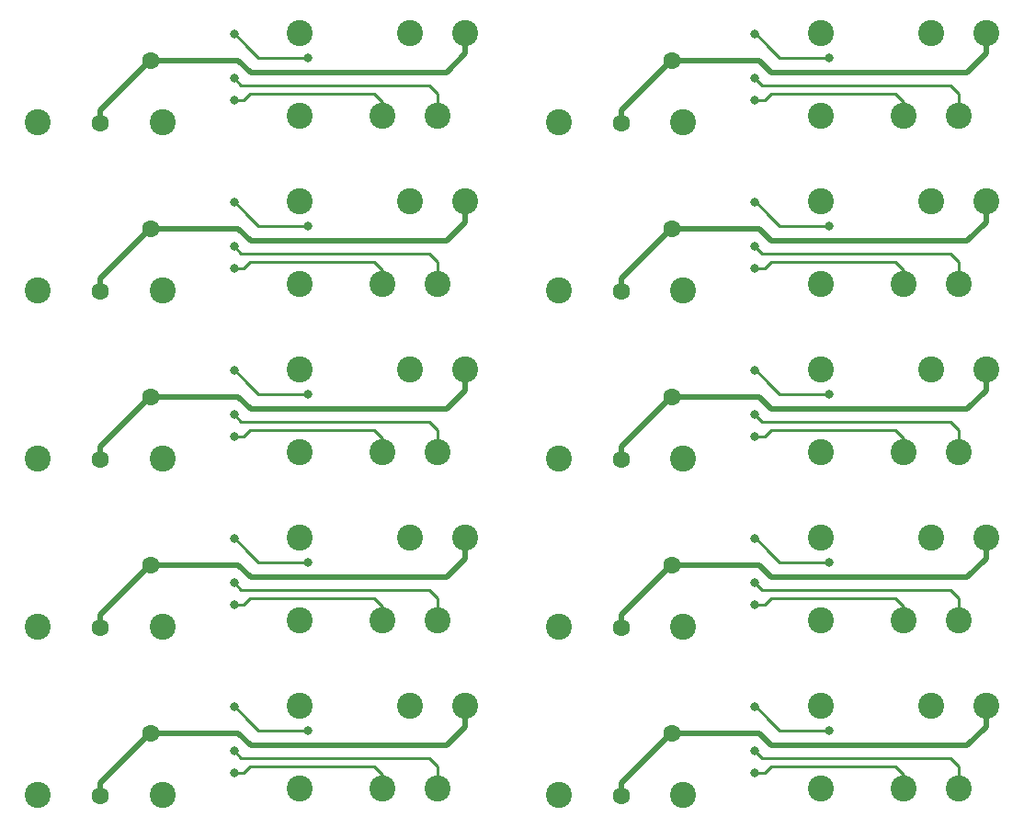
<source format=gbl>
G04 #@! TF.GenerationSoftware,KiCad,Pcbnew,(6.0.1)*
G04 #@! TF.CreationDate,2022-01-26T16:15:34+01:00*
G04 #@! TF.ProjectId,atari-junior-av-mod,61746172-692d-46a7-956e-696f722d6176,rev?*
G04 #@! TF.SameCoordinates,PX5edde38PY83caa5c*
G04 #@! TF.FileFunction,Copper,L2,Bot*
G04 #@! TF.FilePolarity,Positive*
%FSLAX46Y46*%
G04 Gerber Fmt 4.6, Leading zero omitted, Abs format (unit mm)*
G04 Created by KiCad (PCBNEW (6.0.1)) date 2022-01-26 16:15:34*
%MOMM*%
%LPD*%
G01*
G04 APERTURE LIST*
G04 #@! TA.AperFunction,ComponentPad*
%ADD10C,2.400000*%
G04 #@! TD*
G04 #@! TA.AperFunction,ViaPad*
%ADD11C,1.600000*%
G04 #@! TD*
G04 #@! TA.AperFunction,ViaPad*
%ADD12C,0.800000*%
G04 #@! TD*
G04 #@! TA.AperFunction,Conductor*
%ADD13C,0.500000*%
G04 #@! TD*
G04 #@! TA.AperFunction,Conductor*
%ADD14C,0.250000*%
G04 #@! TD*
G04 APERTURE END LIST*
D10*
G04 #@! TO.P,Pad4,1,Pin_1*
G04 #@! TO.N,/Audio*
X51045000Y9295000D03*
G04 #@! TD*
G04 #@! TO.P,Pad8,1,Pin_1*
G04 #@! TO.N,Net-(JP1-Pad1)*
X75215000Y17550000D03*
G04 #@! TD*
G04 #@! TO.P,Pad9,1,Pin_1*
G04 #@! TO.N,Net-(JP2-Pad1)*
X75215000Y9930000D03*
G04 #@! TD*
G04 #@! TO.P,Pad6,1,Pin_1*
G04 #@! TO.N,/Sync*
X82835000Y9930000D03*
G04 #@! TD*
G04 #@! TO.P,Pad5,1,Pin_1*
G04 #@! TO.N,/Lum1*
X87915000Y9930000D03*
G04 #@! TD*
G04 #@! TO.P,Pad10,1,Pin_1*
G04 #@! TO.N,/Color*
X62545000Y9295000D03*
G04 #@! TD*
G04 #@! TO.P,Pad11,1,Pin_1*
G04 #@! TO.N,GND*
X90455000Y17550000D03*
G04 #@! TD*
G04 #@! TO.P,Pad7,1,Pin_1*
G04 #@! TO.N,Net-(JP1-Pad3)*
X85375000Y17550000D03*
G04 #@! TD*
G04 #@! TO.P,Pad4,1,Pin_1*
G04 #@! TO.N,/Audio*
X3045000Y9295000D03*
G04 #@! TD*
G04 #@! TO.P,Pad8,1,Pin_1*
G04 #@! TO.N,Net-(JP1-Pad1)*
X27215000Y17550000D03*
G04 #@! TD*
G04 #@! TO.P,Pad9,1,Pin_1*
G04 #@! TO.N,Net-(JP2-Pad1)*
X27215000Y9930000D03*
G04 #@! TD*
G04 #@! TO.P,Pad6,1,Pin_1*
G04 #@! TO.N,/Sync*
X34835000Y9930000D03*
G04 #@! TD*
G04 #@! TO.P,Pad5,1,Pin_1*
G04 #@! TO.N,/Lum1*
X39915000Y9930000D03*
G04 #@! TD*
G04 #@! TO.P,Pad10,1,Pin_1*
G04 #@! TO.N,/Color*
X14545000Y9295000D03*
G04 #@! TD*
G04 #@! TO.P,Pad11,1,Pin_1*
G04 #@! TO.N,GND*
X42455000Y17550000D03*
G04 #@! TD*
G04 #@! TO.P,Pad7,1,Pin_1*
G04 #@! TO.N,Net-(JP1-Pad3)*
X37375000Y17550000D03*
G04 #@! TD*
G04 #@! TO.P,Pad4,1,Pin_1*
G04 #@! TO.N,/Audio*
X51045000Y24795000D03*
G04 #@! TD*
G04 #@! TO.P,Pad8,1,Pin_1*
G04 #@! TO.N,Net-(JP1-Pad1)*
X75215000Y33050000D03*
G04 #@! TD*
G04 #@! TO.P,Pad9,1,Pin_1*
G04 #@! TO.N,Net-(JP2-Pad1)*
X75215000Y25430000D03*
G04 #@! TD*
G04 #@! TO.P,Pad6,1,Pin_1*
G04 #@! TO.N,/Sync*
X82835000Y25430000D03*
G04 #@! TD*
G04 #@! TO.P,Pad5,1,Pin_1*
G04 #@! TO.N,/Lum1*
X87915000Y25430000D03*
G04 #@! TD*
G04 #@! TO.P,Pad10,1,Pin_1*
G04 #@! TO.N,/Color*
X62545000Y24795000D03*
G04 #@! TD*
G04 #@! TO.P,Pad11,1,Pin_1*
G04 #@! TO.N,GND*
X90455000Y33050000D03*
G04 #@! TD*
G04 #@! TO.P,Pad7,1,Pin_1*
G04 #@! TO.N,Net-(JP1-Pad3)*
X85375000Y33050000D03*
G04 #@! TD*
G04 #@! TO.P,Pad4,1,Pin_1*
G04 #@! TO.N,/Audio*
X3045000Y24795000D03*
G04 #@! TD*
G04 #@! TO.P,Pad8,1,Pin_1*
G04 #@! TO.N,Net-(JP1-Pad1)*
X27215000Y33050000D03*
G04 #@! TD*
G04 #@! TO.P,Pad9,1,Pin_1*
G04 #@! TO.N,Net-(JP2-Pad1)*
X27215000Y25430000D03*
G04 #@! TD*
G04 #@! TO.P,Pad6,1,Pin_1*
G04 #@! TO.N,/Sync*
X34835000Y25430000D03*
G04 #@! TD*
G04 #@! TO.P,Pad5,1,Pin_1*
G04 #@! TO.N,/Lum1*
X39915000Y25430000D03*
G04 #@! TD*
G04 #@! TO.P,Pad10,1,Pin_1*
G04 #@! TO.N,/Color*
X14545000Y24795000D03*
G04 #@! TD*
G04 #@! TO.P,Pad11,1,Pin_1*
G04 #@! TO.N,GND*
X42455000Y33050000D03*
G04 #@! TD*
G04 #@! TO.P,Pad7,1,Pin_1*
G04 #@! TO.N,Net-(JP1-Pad3)*
X37375000Y33050000D03*
G04 #@! TD*
G04 #@! TO.P,Pad4,1,Pin_1*
G04 #@! TO.N,/Audio*
X51045000Y40295000D03*
G04 #@! TD*
G04 #@! TO.P,Pad8,1,Pin_1*
G04 #@! TO.N,Net-(JP1-Pad1)*
X75215000Y48550000D03*
G04 #@! TD*
G04 #@! TO.P,Pad9,1,Pin_1*
G04 #@! TO.N,Net-(JP2-Pad1)*
X75215000Y40930000D03*
G04 #@! TD*
G04 #@! TO.P,Pad6,1,Pin_1*
G04 #@! TO.N,/Sync*
X82835000Y40930000D03*
G04 #@! TD*
G04 #@! TO.P,Pad5,1,Pin_1*
G04 #@! TO.N,/Lum1*
X87915000Y40930000D03*
G04 #@! TD*
G04 #@! TO.P,Pad10,1,Pin_1*
G04 #@! TO.N,/Color*
X62545000Y40295000D03*
G04 #@! TD*
G04 #@! TO.P,Pad11,1,Pin_1*
G04 #@! TO.N,GND*
X90455000Y48550000D03*
G04 #@! TD*
G04 #@! TO.P,Pad7,1,Pin_1*
G04 #@! TO.N,Net-(JP1-Pad3)*
X85375000Y48550000D03*
G04 #@! TD*
G04 #@! TO.P,Pad4,1,Pin_1*
G04 #@! TO.N,/Audio*
X3045000Y40295000D03*
G04 #@! TD*
G04 #@! TO.P,Pad8,1,Pin_1*
G04 #@! TO.N,Net-(JP1-Pad1)*
X27215000Y48550000D03*
G04 #@! TD*
G04 #@! TO.P,Pad9,1,Pin_1*
G04 #@! TO.N,Net-(JP2-Pad1)*
X27215000Y40930000D03*
G04 #@! TD*
G04 #@! TO.P,Pad6,1,Pin_1*
G04 #@! TO.N,/Sync*
X34835000Y40930000D03*
G04 #@! TD*
G04 #@! TO.P,Pad5,1,Pin_1*
G04 #@! TO.N,/Lum1*
X39915000Y40930000D03*
G04 #@! TD*
G04 #@! TO.P,Pad10,1,Pin_1*
G04 #@! TO.N,/Color*
X14545000Y40295000D03*
G04 #@! TD*
G04 #@! TO.P,Pad11,1,Pin_1*
G04 #@! TO.N,GND*
X42455000Y48550000D03*
G04 #@! TD*
G04 #@! TO.P,Pad7,1,Pin_1*
G04 #@! TO.N,Net-(JP1-Pad3)*
X37375000Y48550000D03*
G04 #@! TD*
G04 #@! TO.P,Pad4,1,Pin_1*
G04 #@! TO.N,/Audio*
X51045000Y55795000D03*
G04 #@! TD*
G04 #@! TO.P,Pad8,1,Pin_1*
G04 #@! TO.N,Net-(JP1-Pad1)*
X75215000Y64050000D03*
G04 #@! TD*
G04 #@! TO.P,Pad9,1,Pin_1*
G04 #@! TO.N,Net-(JP2-Pad1)*
X75215000Y56430000D03*
G04 #@! TD*
G04 #@! TO.P,Pad6,1,Pin_1*
G04 #@! TO.N,/Sync*
X82835000Y56430000D03*
G04 #@! TD*
G04 #@! TO.P,Pad5,1,Pin_1*
G04 #@! TO.N,/Lum1*
X87915000Y56430000D03*
G04 #@! TD*
G04 #@! TO.P,Pad10,1,Pin_1*
G04 #@! TO.N,/Color*
X62545000Y55795000D03*
G04 #@! TD*
G04 #@! TO.P,Pad11,1,Pin_1*
G04 #@! TO.N,GND*
X90455000Y64050000D03*
G04 #@! TD*
G04 #@! TO.P,Pad7,1,Pin_1*
G04 #@! TO.N,Net-(JP1-Pad3)*
X85375000Y64050000D03*
G04 #@! TD*
G04 #@! TO.P,Pad4,1,Pin_1*
G04 #@! TO.N,/Audio*
X3045000Y55795000D03*
G04 #@! TD*
G04 #@! TO.P,Pad8,1,Pin_1*
G04 #@! TO.N,Net-(JP1-Pad1)*
X27215000Y64050000D03*
G04 #@! TD*
G04 #@! TO.P,Pad9,1,Pin_1*
G04 #@! TO.N,Net-(JP2-Pad1)*
X27215000Y56430000D03*
G04 #@! TD*
G04 #@! TO.P,Pad6,1,Pin_1*
G04 #@! TO.N,/Sync*
X34835000Y56430000D03*
G04 #@! TD*
G04 #@! TO.P,Pad5,1,Pin_1*
G04 #@! TO.N,/Lum1*
X39915000Y56430000D03*
G04 #@! TD*
G04 #@! TO.P,Pad10,1,Pin_1*
G04 #@! TO.N,/Color*
X14545000Y55795000D03*
G04 #@! TD*
G04 #@! TO.P,Pad11,1,Pin_1*
G04 #@! TO.N,GND*
X42455000Y64050000D03*
G04 #@! TD*
G04 #@! TO.P,Pad7,1,Pin_1*
G04 #@! TO.N,Net-(JP1-Pad3)*
X37375000Y64050000D03*
G04 #@! TD*
G04 #@! TO.P,Pad4,1,Pin_1*
G04 #@! TO.N,/Audio*
X51045000Y71295000D03*
G04 #@! TD*
G04 #@! TO.P,Pad8,1,Pin_1*
G04 #@! TO.N,Net-(JP1-Pad1)*
X75215000Y79550000D03*
G04 #@! TD*
G04 #@! TO.P,Pad9,1,Pin_1*
G04 #@! TO.N,Net-(JP2-Pad1)*
X75215000Y71930000D03*
G04 #@! TD*
G04 #@! TO.P,Pad6,1,Pin_1*
G04 #@! TO.N,/Sync*
X82835000Y71930000D03*
G04 #@! TD*
G04 #@! TO.P,Pad5,1,Pin_1*
G04 #@! TO.N,/Lum1*
X87915000Y71930000D03*
G04 #@! TD*
G04 #@! TO.P,Pad10,1,Pin_1*
G04 #@! TO.N,/Color*
X62545000Y71295000D03*
G04 #@! TD*
G04 #@! TO.P,Pad11,1,Pin_1*
G04 #@! TO.N,GND*
X90455000Y79550000D03*
G04 #@! TD*
G04 #@! TO.P,Pad7,1,Pin_1*
G04 #@! TO.N,Net-(JP1-Pad3)*
X85375000Y79550000D03*
G04 #@! TD*
G04 #@! TO.P,Pad4,1,Pin_1*
G04 #@! TO.N,/Audio*
X3045000Y71295000D03*
G04 #@! TD*
G04 #@! TO.P,Pad11,1,Pin_1*
G04 #@! TO.N,GND*
X42455000Y79550000D03*
G04 #@! TD*
G04 #@! TO.P,Pad10,1,Pin_1*
G04 #@! TO.N,/Color*
X14545000Y71295000D03*
G04 #@! TD*
G04 #@! TO.P,Pad5,1,Pin_1*
G04 #@! TO.N,/Lum1*
X39915000Y71930000D03*
G04 #@! TD*
G04 #@! TO.P,Pad6,1,Pin_1*
G04 #@! TO.N,/Sync*
X34835000Y71930000D03*
G04 #@! TD*
G04 #@! TO.P,Pad9,1,Pin_1*
G04 #@! TO.N,Net-(JP2-Pad1)*
X27215000Y71930000D03*
G04 #@! TD*
G04 #@! TO.P,Pad8,1,Pin_1*
G04 #@! TO.N,Net-(JP1-Pad1)*
X27215000Y79550000D03*
G04 #@! TD*
G04 #@! TO.P,Pad7,1,Pin_1*
G04 #@! TO.N,Net-(JP1-Pad3)*
X37375000Y79550000D03*
G04 #@! TD*
D11*
G04 #@! TO.N,GND*
X56797000Y9250000D03*
X61499000Y15010000D03*
D12*
G04 #@! TO.N,/Sync*
X69149000Y11327000D03*
G04 #@! TO.N,/Lum1*
X69149000Y13359000D03*
G04 #@! TO.N,/Lum0*
X75977000Y15264000D03*
X69149000Y17423000D03*
D11*
G04 #@! TO.N,GND*
X8797000Y9250000D03*
X13499000Y15010000D03*
D12*
G04 #@! TO.N,/Sync*
X21149000Y11327000D03*
G04 #@! TO.N,/Lum1*
X21149000Y13359000D03*
G04 #@! TO.N,/Lum0*
X27977000Y15264000D03*
X21149000Y17423000D03*
D11*
G04 #@! TO.N,GND*
X56797000Y24750000D03*
X61499000Y30510000D03*
D12*
G04 #@! TO.N,/Sync*
X69149000Y26827000D03*
G04 #@! TO.N,/Lum1*
X69149000Y28859000D03*
G04 #@! TO.N,/Lum0*
X75977000Y30764000D03*
X69149000Y32923000D03*
D11*
G04 #@! TO.N,GND*
X8797000Y24750000D03*
X13499000Y30510000D03*
D12*
G04 #@! TO.N,/Sync*
X21149000Y26827000D03*
G04 #@! TO.N,/Lum1*
X21149000Y28859000D03*
G04 #@! TO.N,/Lum0*
X27977000Y30764000D03*
X21149000Y32923000D03*
D11*
G04 #@! TO.N,GND*
X56797000Y40250000D03*
X61499000Y46010000D03*
D12*
G04 #@! TO.N,/Sync*
X69149000Y42327000D03*
G04 #@! TO.N,/Lum1*
X69149000Y44359000D03*
G04 #@! TO.N,/Lum0*
X75977000Y46264000D03*
X69149000Y48423000D03*
D11*
G04 #@! TO.N,GND*
X8797000Y40250000D03*
X13499000Y46010000D03*
D12*
G04 #@! TO.N,/Sync*
X21149000Y42327000D03*
G04 #@! TO.N,/Lum1*
X21149000Y44359000D03*
G04 #@! TO.N,/Lum0*
X27977000Y46264000D03*
X21149000Y48423000D03*
D11*
G04 #@! TO.N,GND*
X56797000Y55750000D03*
X61499000Y61510000D03*
D12*
G04 #@! TO.N,/Sync*
X69149000Y57827000D03*
G04 #@! TO.N,/Lum1*
X69149000Y59859000D03*
G04 #@! TO.N,/Lum0*
X75977000Y61764000D03*
X69149000Y63923000D03*
D11*
G04 #@! TO.N,GND*
X8797000Y55750000D03*
X13499000Y61510000D03*
D12*
G04 #@! TO.N,/Sync*
X21149000Y57827000D03*
G04 #@! TO.N,/Lum1*
X21149000Y59859000D03*
G04 #@! TO.N,/Lum0*
X27977000Y61764000D03*
X21149000Y63923000D03*
D11*
G04 #@! TO.N,GND*
X56797000Y71250000D03*
X61499000Y77010000D03*
D12*
G04 #@! TO.N,/Sync*
X69149000Y73327000D03*
G04 #@! TO.N,/Lum1*
X69149000Y75359000D03*
G04 #@! TO.N,/Lum0*
X75977000Y77264000D03*
X69149000Y79423000D03*
D11*
G04 #@! TO.N,GND*
X13499000Y77010000D03*
X8797000Y71250000D03*
D12*
G04 #@! TO.N,/Lum0*
X21149000Y79423000D03*
X27977000Y77264000D03*
G04 #@! TO.N,/Lum1*
X21149000Y75359000D03*
G04 #@! TO.N,/Sync*
X21149000Y73327000D03*
G04 #@! TD*
D13*
G04 #@! TO.N,GND*
X90455000Y15615000D02*
X88707000Y13867000D01*
X70673000Y13867000D02*
X69530000Y15010000D01*
X56797000Y10405000D02*
X56797000Y9250000D01*
X88707000Y13867000D02*
X70673000Y13867000D01*
X69530000Y15010000D02*
X63531000Y15010000D01*
X90455000Y17550000D02*
X90455000Y15615000D01*
D14*
G04 #@! TO.N,/Sync*
X70643000Y11962000D02*
X82073000Y11962000D01*
X69149000Y11327000D02*
X70008000Y11327000D01*
X82073000Y11962000D02*
X82835000Y11200000D01*
X82835000Y11200000D02*
X82835000Y9930000D01*
X70008000Y11327000D02*
X70643000Y11962000D01*
G04 #@! TO.N,/Lum1*
X69149000Y13359000D02*
X69784000Y12724000D01*
X72675000Y12724000D02*
X70643000Y12724000D01*
X87915000Y11962000D02*
X87153000Y12724000D01*
X87915000Y9930000D02*
X87915000Y11962000D01*
X69784000Y12724000D02*
X70643000Y12724000D01*
X87153000Y12724000D02*
X72675000Y12724000D01*
G04 #@! TO.N,/Lum0*
X69149000Y17423000D02*
X69246000Y17423000D01*
X75977000Y15264000D02*
X71405000Y15264000D01*
X71405000Y15264000D02*
X70389000Y16280000D01*
X69246000Y17423000D02*
X70389000Y16280000D01*
D13*
G04 #@! TO.N,GND*
X61402000Y15010000D02*
X56797000Y10405000D01*
X63531000Y15010000D02*
X61402000Y15010000D01*
X42455000Y15615000D02*
X40707000Y13867000D01*
X22673000Y13867000D02*
X21530000Y15010000D01*
X8797000Y10405000D02*
X8797000Y9250000D01*
X40707000Y13867000D02*
X22673000Y13867000D01*
X21530000Y15010000D02*
X15531000Y15010000D01*
X42455000Y17550000D02*
X42455000Y15615000D01*
D14*
G04 #@! TO.N,/Sync*
X22643000Y11962000D02*
X34073000Y11962000D01*
X21149000Y11327000D02*
X22008000Y11327000D01*
X34073000Y11962000D02*
X34835000Y11200000D01*
X34835000Y11200000D02*
X34835000Y9930000D01*
X22008000Y11327000D02*
X22643000Y11962000D01*
G04 #@! TO.N,/Lum1*
X21149000Y13359000D02*
X21784000Y12724000D01*
X24675000Y12724000D02*
X22643000Y12724000D01*
X39915000Y11962000D02*
X39153000Y12724000D01*
X39915000Y9930000D02*
X39915000Y11962000D01*
X21784000Y12724000D02*
X22643000Y12724000D01*
X39153000Y12724000D02*
X24675000Y12724000D01*
G04 #@! TO.N,/Lum0*
X21149000Y17423000D02*
X21246000Y17423000D01*
X27977000Y15264000D02*
X23405000Y15264000D01*
X23405000Y15264000D02*
X22389000Y16280000D01*
X21246000Y17423000D02*
X22389000Y16280000D01*
D13*
G04 #@! TO.N,GND*
X13402000Y15010000D02*
X8797000Y10405000D01*
X15531000Y15010000D02*
X13402000Y15010000D01*
X90455000Y31115000D02*
X88707000Y29367000D01*
X70673000Y29367000D02*
X69530000Y30510000D01*
X56797000Y25905000D02*
X56797000Y24750000D01*
X88707000Y29367000D02*
X70673000Y29367000D01*
X69530000Y30510000D02*
X63531000Y30510000D01*
X90455000Y33050000D02*
X90455000Y31115000D01*
D14*
G04 #@! TO.N,/Sync*
X70643000Y27462000D02*
X82073000Y27462000D01*
X69149000Y26827000D02*
X70008000Y26827000D01*
X82073000Y27462000D02*
X82835000Y26700000D01*
X82835000Y26700000D02*
X82835000Y25430000D01*
X70008000Y26827000D02*
X70643000Y27462000D01*
G04 #@! TO.N,/Lum1*
X69149000Y28859000D02*
X69784000Y28224000D01*
X72675000Y28224000D02*
X70643000Y28224000D01*
X87915000Y27462000D02*
X87153000Y28224000D01*
X87915000Y25430000D02*
X87915000Y27462000D01*
X69784000Y28224000D02*
X70643000Y28224000D01*
X87153000Y28224000D02*
X72675000Y28224000D01*
G04 #@! TO.N,/Lum0*
X69149000Y32923000D02*
X69246000Y32923000D01*
X75977000Y30764000D02*
X71405000Y30764000D01*
X71405000Y30764000D02*
X70389000Y31780000D01*
X69246000Y32923000D02*
X70389000Y31780000D01*
D13*
G04 #@! TO.N,GND*
X61402000Y30510000D02*
X56797000Y25905000D01*
X63531000Y30510000D02*
X61402000Y30510000D01*
X42455000Y31115000D02*
X40707000Y29367000D01*
X22673000Y29367000D02*
X21530000Y30510000D01*
X8797000Y25905000D02*
X8797000Y24750000D01*
X40707000Y29367000D02*
X22673000Y29367000D01*
X21530000Y30510000D02*
X15531000Y30510000D01*
X42455000Y33050000D02*
X42455000Y31115000D01*
D14*
G04 #@! TO.N,/Sync*
X22643000Y27462000D02*
X34073000Y27462000D01*
X21149000Y26827000D02*
X22008000Y26827000D01*
X34073000Y27462000D02*
X34835000Y26700000D01*
X34835000Y26700000D02*
X34835000Y25430000D01*
X22008000Y26827000D02*
X22643000Y27462000D01*
G04 #@! TO.N,/Lum1*
X21149000Y28859000D02*
X21784000Y28224000D01*
X24675000Y28224000D02*
X22643000Y28224000D01*
X39915000Y27462000D02*
X39153000Y28224000D01*
X39915000Y25430000D02*
X39915000Y27462000D01*
X21784000Y28224000D02*
X22643000Y28224000D01*
X39153000Y28224000D02*
X24675000Y28224000D01*
G04 #@! TO.N,/Lum0*
X21149000Y32923000D02*
X21246000Y32923000D01*
X27977000Y30764000D02*
X23405000Y30764000D01*
X23405000Y30764000D02*
X22389000Y31780000D01*
X21246000Y32923000D02*
X22389000Y31780000D01*
D13*
G04 #@! TO.N,GND*
X13402000Y30510000D02*
X8797000Y25905000D01*
X15531000Y30510000D02*
X13402000Y30510000D01*
X90455000Y46615000D02*
X88707000Y44867000D01*
X70673000Y44867000D02*
X69530000Y46010000D01*
X56797000Y41405000D02*
X56797000Y40250000D01*
X88707000Y44867000D02*
X70673000Y44867000D01*
X69530000Y46010000D02*
X63531000Y46010000D01*
X90455000Y48550000D02*
X90455000Y46615000D01*
D14*
G04 #@! TO.N,/Sync*
X70643000Y42962000D02*
X82073000Y42962000D01*
X69149000Y42327000D02*
X70008000Y42327000D01*
X82073000Y42962000D02*
X82835000Y42200000D01*
X82835000Y42200000D02*
X82835000Y40930000D01*
X70008000Y42327000D02*
X70643000Y42962000D01*
G04 #@! TO.N,/Lum1*
X69149000Y44359000D02*
X69784000Y43724000D01*
X72675000Y43724000D02*
X70643000Y43724000D01*
X87915000Y42962000D02*
X87153000Y43724000D01*
X87915000Y40930000D02*
X87915000Y42962000D01*
X69784000Y43724000D02*
X70643000Y43724000D01*
X87153000Y43724000D02*
X72675000Y43724000D01*
G04 #@! TO.N,/Lum0*
X69149000Y48423000D02*
X69246000Y48423000D01*
X75977000Y46264000D02*
X71405000Y46264000D01*
X71405000Y46264000D02*
X70389000Y47280000D01*
X69246000Y48423000D02*
X70389000Y47280000D01*
D13*
G04 #@! TO.N,GND*
X61402000Y46010000D02*
X56797000Y41405000D01*
X63531000Y46010000D02*
X61402000Y46010000D01*
X42455000Y46615000D02*
X40707000Y44867000D01*
X22673000Y44867000D02*
X21530000Y46010000D01*
X8797000Y41405000D02*
X8797000Y40250000D01*
X40707000Y44867000D02*
X22673000Y44867000D01*
X21530000Y46010000D02*
X15531000Y46010000D01*
X42455000Y48550000D02*
X42455000Y46615000D01*
D14*
G04 #@! TO.N,/Sync*
X22643000Y42962000D02*
X34073000Y42962000D01*
X21149000Y42327000D02*
X22008000Y42327000D01*
X34073000Y42962000D02*
X34835000Y42200000D01*
X34835000Y42200000D02*
X34835000Y40930000D01*
X22008000Y42327000D02*
X22643000Y42962000D01*
G04 #@! TO.N,/Lum1*
X21149000Y44359000D02*
X21784000Y43724000D01*
X24675000Y43724000D02*
X22643000Y43724000D01*
X39915000Y42962000D02*
X39153000Y43724000D01*
X39915000Y40930000D02*
X39915000Y42962000D01*
X21784000Y43724000D02*
X22643000Y43724000D01*
X39153000Y43724000D02*
X24675000Y43724000D01*
G04 #@! TO.N,/Lum0*
X21149000Y48423000D02*
X21246000Y48423000D01*
X27977000Y46264000D02*
X23405000Y46264000D01*
X23405000Y46264000D02*
X22389000Y47280000D01*
X21246000Y48423000D02*
X22389000Y47280000D01*
D13*
G04 #@! TO.N,GND*
X13402000Y46010000D02*
X8797000Y41405000D01*
X15531000Y46010000D02*
X13402000Y46010000D01*
X90455000Y62115000D02*
X88707000Y60367000D01*
X70673000Y60367000D02*
X69530000Y61510000D01*
X56797000Y56905000D02*
X56797000Y55750000D01*
X88707000Y60367000D02*
X70673000Y60367000D01*
X69530000Y61510000D02*
X63531000Y61510000D01*
X90455000Y64050000D02*
X90455000Y62115000D01*
D14*
G04 #@! TO.N,/Sync*
X70643000Y58462000D02*
X82073000Y58462000D01*
X69149000Y57827000D02*
X70008000Y57827000D01*
X82073000Y58462000D02*
X82835000Y57700000D01*
X82835000Y57700000D02*
X82835000Y56430000D01*
X70008000Y57827000D02*
X70643000Y58462000D01*
G04 #@! TO.N,/Lum1*
X69149000Y59859000D02*
X69784000Y59224000D01*
X72675000Y59224000D02*
X70643000Y59224000D01*
X87915000Y58462000D02*
X87153000Y59224000D01*
X87915000Y56430000D02*
X87915000Y58462000D01*
X69784000Y59224000D02*
X70643000Y59224000D01*
X87153000Y59224000D02*
X72675000Y59224000D01*
G04 #@! TO.N,/Lum0*
X69149000Y63923000D02*
X69246000Y63923000D01*
X75977000Y61764000D02*
X71405000Y61764000D01*
X71405000Y61764000D02*
X70389000Y62780000D01*
X69246000Y63923000D02*
X70389000Y62780000D01*
D13*
G04 #@! TO.N,GND*
X61402000Y61510000D02*
X56797000Y56905000D01*
X63531000Y61510000D02*
X61402000Y61510000D01*
X42455000Y62115000D02*
X40707000Y60367000D01*
X22673000Y60367000D02*
X21530000Y61510000D01*
X8797000Y56905000D02*
X8797000Y55750000D01*
X40707000Y60367000D02*
X22673000Y60367000D01*
X21530000Y61510000D02*
X15531000Y61510000D01*
X42455000Y64050000D02*
X42455000Y62115000D01*
D14*
G04 #@! TO.N,/Sync*
X22643000Y58462000D02*
X34073000Y58462000D01*
X21149000Y57827000D02*
X22008000Y57827000D01*
X34073000Y58462000D02*
X34835000Y57700000D01*
X34835000Y57700000D02*
X34835000Y56430000D01*
X22008000Y57827000D02*
X22643000Y58462000D01*
G04 #@! TO.N,/Lum1*
X21149000Y59859000D02*
X21784000Y59224000D01*
X24675000Y59224000D02*
X22643000Y59224000D01*
X39915000Y58462000D02*
X39153000Y59224000D01*
X39915000Y56430000D02*
X39915000Y58462000D01*
X21784000Y59224000D02*
X22643000Y59224000D01*
X39153000Y59224000D02*
X24675000Y59224000D01*
G04 #@! TO.N,/Lum0*
X21149000Y63923000D02*
X21246000Y63923000D01*
X27977000Y61764000D02*
X23405000Y61764000D01*
X23405000Y61764000D02*
X22389000Y62780000D01*
X21246000Y63923000D02*
X22389000Y62780000D01*
D13*
G04 #@! TO.N,GND*
X13402000Y61510000D02*
X8797000Y56905000D01*
X15531000Y61510000D02*
X13402000Y61510000D01*
X90455000Y77615000D02*
X88707000Y75867000D01*
X70673000Y75867000D02*
X69530000Y77010000D01*
X56797000Y72405000D02*
X56797000Y71250000D01*
X88707000Y75867000D02*
X70673000Y75867000D01*
X69530000Y77010000D02*
X63531000Y77010000D01*
X90455000Y79550000D02*
X90455000Y77615000D01*
D14*
G04 #@! TO.N,/Sync*
X70643000Y73962000D02*
X82073000Y73962000D01*
X69149000Y73327000D02*
X70008000Y73327000D01*
X82073000Y73962000D02*
X82835000Y73200000D01*
X82835000Y73200000D02*
X82835000Y71930000D01*
X70008000Y73327000D02*
X70643000Y73962000D01*
G04 #@! TO.N,/Lum1*
X69149000Y75359000D02*
X69784000Y74724000D01*
X72675000Y74724000D02*
X70643000Y74724000D01*
X87915000Y73962000D02*
X87153000Y74724000D01*
X87915000Y71930000D02*
X87915000Y73962000D01*
X69784000Y74724000D02*
X70643000Y74724000D01*
X87153000Y74724000D02*
X72675000Y74724000D01*
G04 #@! TO.N,/Lum0*
X69149000Y79423000D02*
X69246000Y79423000D01*
X75977000Y77264000D02*
X71405000Y77264000D01*
X71405000Y77264000D02*
X70389000Y78280000D01*
X69246000Y79423000D02*
X70389000Y78280000D01*
D13*
G04 #@! TO.N,GND*
X61402000Y77010000D02*
X56797000Y72405000D01*
X63531000Y77010000D02*
X61402000Y77010000D01*
X15531000Y77010000D02*
X13402000Y77010000D01*
X13402000Y77010000D02*
X8797000Y72405000D01*
X8797000Y72405000D02*
X8797000Y71250000D01*
X42455000Y79550000D02*
X42455000Y77615000D01*
X40707000Y75867000D02*
X22673000Y75867000D01*
X42455000Y77615000D02*
X40707000Y75867000D01*
X22673000Y75867000D02*
X21530000Y77010000D01*
X21530000Y77010000D02*
X15531000Y77010000D01*
D14*
G04 #@! TO.N,/Lum0*
X21246000Y79423000D02*
X22389000Y78280000D01*
X23405000Y77264000D02*
X22389000Y78280000D01*
X27977000Y77264000D02*
X23405000Y77264000D01*
X21149000Y79423000D02*
X21246000Y79423000D01*
G04 #@! TO.N,/Lum1*
X39153000Y74724000D02*
X24675000Y74724000D01*
X21784000Y74724000D02*
X22643000Y74724000D01*
X39915000Y71930000D02*
X39915000Y73962000D01*
X39915000Y73962000D02*
X39153000Y74724000D01*
X24675000Y74724000D02*
X22643000Y74724000D01*
X21149000Y75359000D02*
X21784000Y74724000D01*
G04 #@! TO.N,/Sync*
X22008000Y73327000D02*
X22643000Y73962000D01*
X34835000Y73200000D02*
X34835000Y71930000D01*
X34073000Y73962000D02*
X34835000Y73200000D01*
X21149000Y73327000D02*
X22008000Y73327000D01*
X22643000Y73962000D02*
X34073000Y73962000D01*
G04 #@! TD*
M02*

</source>
